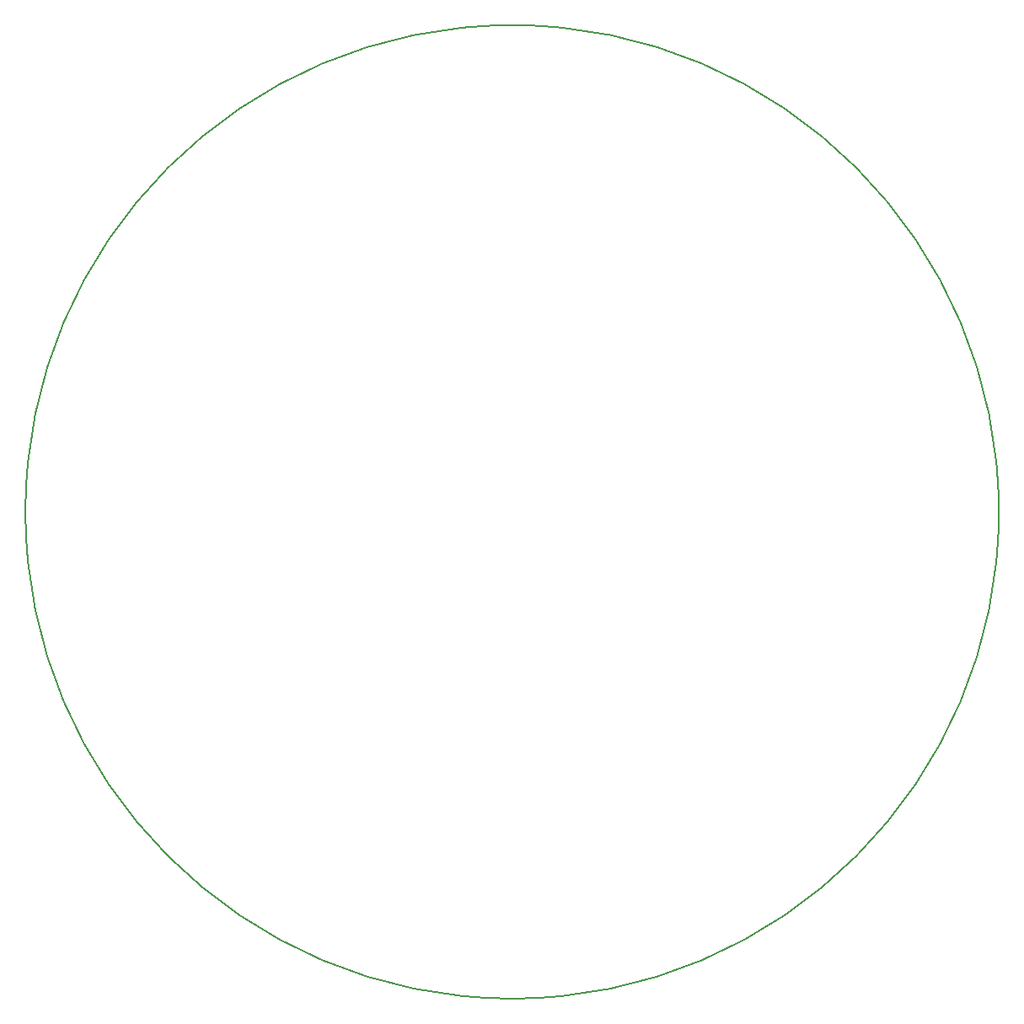
<source format=gbr>
G04 #@! TF.FileFunction,Profile,NP*
%FSLAX46Y46*%
G04 Gerber Fmt 4.6, Leading zero omitted, Abs format (unit mm)*
G04 Created by KiCad (PCBNEW 4.0.1-stable) date Tuesday, April 05, 2016 'PMt' 08:52:22 PM*
%MOMM*%
G01*
G04 APERTURE LIST*
%ADD10C,0.100000*%
%ADD11C,0.200000*%
G04 APERTURE END LIST*
D10*
D11*
X216791474Y-98044000D02*
G75*
G03X216791474Y-98044000I-48897474J0D01*
G01*
M02*

</source>
